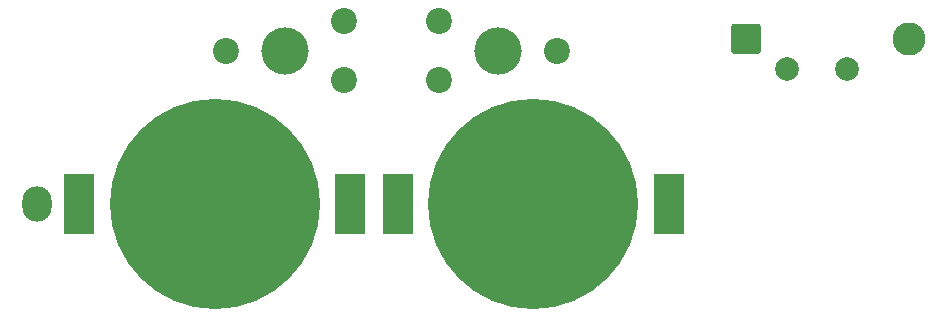
<source format=gbr>
%TF.GenerationSoftware,KiCad,Pcbnew,(5.1.12)-1*%
%TF.CreationDate,2021-12-21T10:33:21-05:00*%
%TF.ProjectId,stylophone,7374796c-6f70-4686-9f6e-652e6b696361,rev?*%
%TF.SameCoordinates,Original*%
%TF.FileFunction,Soldermask,Bot*%
%TF.FilePolarity,Negative*%
%FSLAX46Y46*%
G04 Gerber Fmt 4.6, Leading zero omitted, Abs format (unit mm)*
G04 Created by KiCad (PCBNEW (5.1.12)-1) date 2021-12-21 10:33:21*
%MOMM*%
%LPD*%
G01*
G04 APERTURE LIST*
%ADD10C,2.000000*%
%ADD11C,17.800000*%
%ADD12R,2.500000X5.100000*%
%ADD13C,2.800000*%
%ADD14O,2.500000X3.000000*%
%ADD15C,2.200000*%
%ADD16C,4.000000*%
G04 APERTURE END LIST*
D10*
%TO.C,LS1*%
X163540000Y-70570000D03*
X158460000Y-70570000D03*
%TD*%
D11*
%TO.C,B2*%
X137000000Y-82000000D03*
D12*
X148450000Y-82000000D03*
X125550000Y-82000000D03*
%TD*%
D11*
%TO.C,B1*%
X110000000Y-82000000D03*
D12*
X121450000Y-82000000D03*
X98550000Y-82000000D03*
%TD*%
D13*
%TO.C,TP1*%
X168800000Y-68000000D03*
G36*
G01*
X156025001Y-69275000D02*
X153974999Y-69275000D01*
G75*
G02*
X153725000Y-69025001I0J249999D01*
G01*
X153725000Y-66974999D01*
G75*
G02*
X153974999Y-66725000I249999J0D01*
G01*
X156025001Y-66725000D01*
G75*
G02*
X156275000Y-66974999I0J-249999D01*
G01*
X156275000Y-69025001D01*
G75*
G02*
X156025001Y-69275000I-249999J0D01*
G01*
G37*
%TD*%
D14*
%TO.C,H1*%
X95000000Y-82000000D03*
%TD*%
D15*
%TO.C,VR2*%
X129000000Y-66500000D03*
X139000000Y-69000000D03*
X129000000Y-71500000D03*
D16*
X134000000Y-69000000D03*
%TD*%
D15*
%TO.C,VR1*%
X121000000Y-71500000D03*
X111000000Y-69000000D03*
X121000000Y-66500000D03*
D16*
X116000000Y-69000000D03*
%TD*%
M02*

</source>
